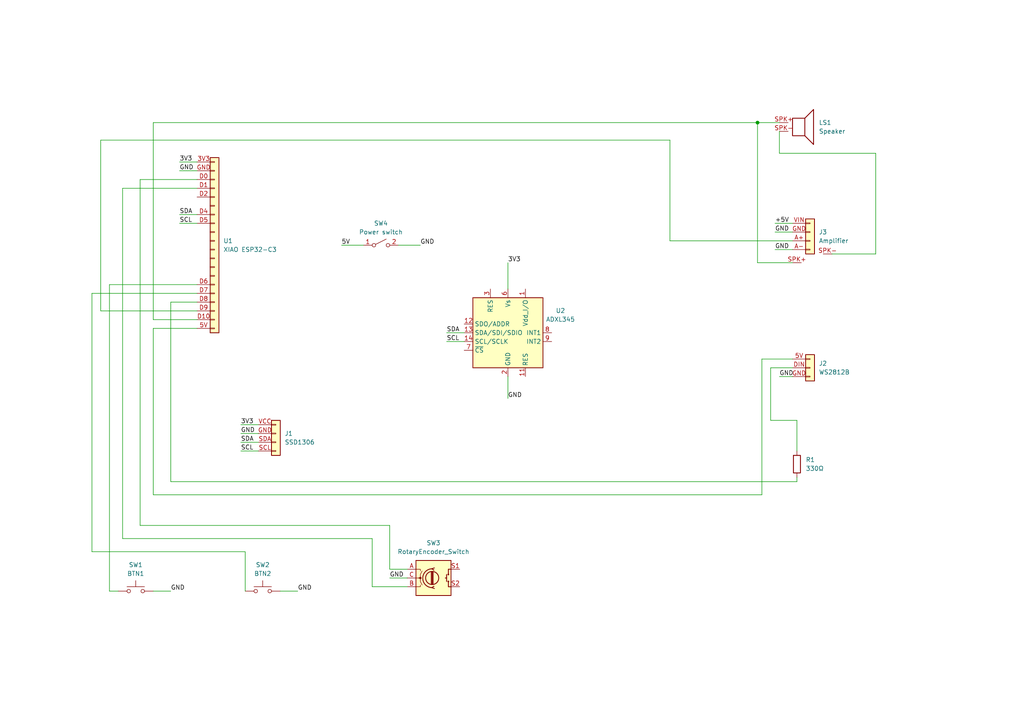
<source format=kicad_sch>
(kicad_sch (version 20250114) (generator "eeschema") (generator_version "9.0")
  (paper "A4")
  (lib_symbols
    (symbol "Conn_01x04_1" (pin_names (offset 1.016) (hide yes))
      (property "Reference" "J3" (at 2.54 0.0001 0))
      (property "Value" "Amplifier" (at 2.54 -2.5399 0))
      (symbol "Conn_01x04_1_1_1"
        (rectangle (start -1.27 3.81) (end 1.27 -6.35) (stroke (width 0.254)) (fill (type background)))
        (rectangle (start -1.27 2.667) (end 0 2.413) (stroke (width 0.1524)))
        (rectangle (start -1.27 0.127) (end 0 -0.127) (stroke (width 0.1524)))
        (rectangle (start -1.27 -2.413) (end 0 -2.667) (stroke (width 0.1524)))
        (rectangle (start -1.27 -4.953) (end 0 -5.207) (stroke (width 0.1524)))
        (pin passive line (at -5.08 2.54 0) (length 3.81) (name "Pin_1") (number "VIN"))
        (pin passive line (at -5.08 0 0) (length 3.81) (name "Pin_2") (number "GND"))
        (pin passive line (at -5.08 -2.54 0) (length 3.81) (name "Pin_3") (number "A+"))
        (pin passive line (at -5.08 -5.08 0) (length 3.81) (name "Pin_4") (number "A-"))
        (pin output line (at -5.08 -8.89 0) (length 2.54) (name "") (number "SPK+"))
        (pin output line (at 6.35 -6.35 180) (length 2.54) (name "") (number "SPK-"))
      )
    )
    (symbol "Connector_Generic:Conn_01x03" (pin_names (offset 1.016) (hide yes))
      (property "Reference" "J2" (at 2.54 1.2701 0))
      (property "Value" "WS2812B" (at 2.54 -1.2699 0))
      (symbol "Conn_01x03_1_1"
        (rectangle (start -1.27 3.81) (end 1.27 -3.81) (stroke (width 0.254)) (fill (type background)))
        (rectangle (start -1.27 2.667) (end 0 2.413) (stroke (width 0.1524)))
        (rectangle (start -1.27 0.127) (end 0 -0.127) (stroke (width 0.1524)))
        (rectangle (start -1.27 -2.413) (end 0 -2.667) (stroke (width 0.1524)))
        (pin passive line (at -5.08 2.54 0) (length 3.81) (name "Pin_1") (number "5V"))
        (pin passive line (at -5.08 0 0) (length 3.81) (name "Pin_2") (number "DIN"))
        (pin passive line (at -5.08 -2.54 0) (length 3.81) (name "Pin_3") (number "GND"))
      )
    )
    (symbol "Connector_Generic:Conn_01x04" (pin_names (offset 1.016) (hide yes))
      (property "Reference" "J1" (at 2.54 0.0001 0))
      (property "Value" "Conn_01x04" (at 2.54 -2.5399 0))
      (symbol "Conn_01x04_1_1"
        (rectangle (start -1.27 3.81) (end 1.27 -6.35) (stroke (width 0.254)) (fill (type background)))
        (rectangle (start -1.27 2.667) (end 0 2.413) (stroke (width 0.1524)))
        (rectangle (start -1.27 0.127) (end 0 -0.127) (stroke (width 0.1524)))
        (rectangle (start -1.27 -2.413) (end 0 -2.667) (stroke (width 0.1524)))
        (rectangle (start -1.27 -4.953) (end 0 -5.207) (stroke (width 0.1524)))
        (pin passive line (at -5.08 2.54 0) (length 3.81) (name "Pin_1") (number "VCC"))
        (pin passive line (at -5.08 0 0) (length 3.81) (name "Pin_2") (number "GND"))
        (pin passive line (at -5.08 -2.54 0) (length 3.81) (name "Pin_3") (number "SDA"))
        (pin passive line (at -5.08 -5.08 0) (length 3.81) (name "Pin_4") (number "SCL"))
      )
    )
    (symbol "Connector_Generic:Conn_01x20" (pin_names (offset 1.016) (hide yes))
      (property "Reference" "U1" (at 2.54 0.0001 0))
      (property "Value" "XIAO ESP32-C3" (at 2.54 -2.5399 0))
      (symbol "Conn_01x20_1_1"
        (rectangle (start -1.27 24.13) (end 1.27 -26.67) (stroke (width 0.254)) (fill (type background)))
        (rectangle (start -1.27 22.987) (end 0 22.733) (stroke (width 0.1524)))
        (rectangle (start -1.27 20.447) (end 0 20.193) (stroke (width 0.1524)))
        (rectangle (start -1.27 17.907) (end 0 17.653) (stroke (width 0.1524)))
        (rectangle (start -1.27 15.367) (end 0 15.113) (stroke (width 0.1524)))
        (rectangle (start -1.27 12.827) (end 0 12.573) (stroke (width 0.1524)))
        (rectangle (start -1.27 10.287) (end 0 10.033) (stroke (width 0.1524)))
        (rectangle (start -1.27 7.747) (end 0 7.493) (stroke (width 0.1524)))
        (rectangle (start -1.27 5.207) (end 0 4.953) (stroke (width 0.1524)))
        (rectangle (start -1.27 2.667) (end 0 2.413) (stroke (width 0.1524)))
        (rectangle (start -1.27 0.127) (end 0 -0.127) (stroke (width 0.1524)))
        (rectangle (start -1.27 -2.413) (end 0 -2.667) (stroke (width 0.1524)))
        (rectangle (start -1.27 -4.953) (end 0 -5.207) (stroke (width 0.1524)))
        (rectangle (start -1.27 -7.493) (end 0 -7.747) (stroke (width 0.1524)))
        (rectangle (start -1.27 -10.033) (end 0 -10.287) (stroke (width 0.1524)))
        (rectangle (start -1.27 -12.573) (end 0 -12.827) (stroke (width 0.1524)))
        (rectangle (start -1.27 -15.113) (end 0 -15.367) (stroke (width 0.1524)))
        (rectangle (start -1.27 -17.653) (end 0 -17.907) (stroke (width 0.1524)))
        (rectangle (start -1.27 -20.193) (end 0 -20.447) (stroke (width 0.1524)))
        (rectangle (start -1.27 -22.733) (end 0 -22.987) (stroke (width 0.1524)))
        (rectangle (start -1.27 -25.273) (end 0 -25.527) (stroke (width 0.1524)))
        (pin passive line (at -5.08 22.86 0) (length 3.81) (name "PIN_1") (number "3V3"))
        (pin passive line (at -5.08 20.32 0) (length 3.81) (name "Pin_2") (number "GND"))
        (pin passive line (at -5.08 17.78 0) (length 3.81) (name "Pin_3") (number "D0"))
        (pin passive line (at -5.08 15.24 0) (length 3.81) (name "Pin_4") (number "D1"))
        (pin passive line (at -5.08 12.7 0) (length 3.81) (name "Pin_5") (number "D2"))
        (pin passive line (at -5.08 7.62 0) (length 3.81) (name "Pin_7") (number "D4"))
        (pin passive line (at -5.08 5.08 0) (length 3.81) (name "Pin_8") (number "D5"))
        (pin passive line (at -5.08 -12.7 0) (length 3.81) (name "Pin_9") (number "D6"))
        (pin passive line (at -5.08 -15.24 0) (length 3.81) (name "Pin_10") (number "D7"))
        (pin passive line (at -5.08 -17.78 0) (length 3.81) (name "Pin_11") (number "D8"))
        (pin passive line (at -5.08 -20.32 0) (length 3.81) (name "Pin_12") (number "D9"))
        (pin passive line (at -5.08 -22.86 0) (length 3.81) (name "Pin_13") (number "D10"))
        (pin passive line (at -5.08 -25.4 0) (length 3.81) (name "Pin_14") (number "5V"))
      )
    )
    (symbol "Device:R" (pin_numbers (hide yes)) (pin_names (offset 0))
      (property "Reference" "R" (at 2.032 0 90))
      (property "Value" "R" (at 0 0 90))
      (symbol "R_0_1"
        (rectangle (start -1.016 -2.54) (end 1.016 2.54) (stroke (width 0.254)))
      )
      (symbol "R_1_1"
        (pin passive line (at 0 3.81 270) (length 1.27) (name "~") (number "1"))
        (pin passive line (at 0 -3.81 90) (length 1.27) (name "~") (number "2"))
      )
    )
    (symbol "Device:RotaryEncoder_Switch" (pin_names (offset 0.254) (hide yes))
      (property "Reference" "SW" (at 0 6.604 0))
      (property "Value" "RotaryEncoder_Switch" (at 0 -6.604 0))
      (symbol "RotaryEncoder_Switch_0_1"
        (rectangle (start -5.08 5.08) (end 5.08 -5.08) (stroke (width 0.254)) (fill (type background)))
        (polyline (pts (xy -5.08 2.54) (xy -3.81 2.54) (xy -3.81 2.032)))
        (polyline (pts (xy -5.08 0) (xy -3.81 0) (xy -3.81 -1.016) (xy -3.302 -2.032)))
        (polyline (pts (xy -5.08 -2.54) (xy -3.81 -2.54) (xy -3.81 -2.032)))
        (polyline (pts (xy -4.318 0) (xy -3.81 0) (xy -3.81 1.016) (xy -3.302 2.032)))
        (circle (center -3.81 0) (radius 0.254) (fill (type outline)))
        (polyline (pts (xy -0.635 -1.778) (xy -0.635 1.778)) (stroke (width 0.254)))
        (circle (center -0.381 0) (radius 1.905) (stroke (width 0.254)))
        (polyline (pts (xy -0.381 -1.778) (xy -0.381 1.778)) (stroke (width 0.254)))
        (arc (start -0.381 -2.794) (mid -3.0988 -0.0635) (end -0.381 2.667) (stroke (width 0.254)))
        (polyline (pts (xy -0.127 1.778) (xy -0.127 -1.778)) (stroke (width 0.254)))
        (polyline (pts (xy 0.254 2.921) (xy -0.508 2.667) (xy 0.127 2.286)) (stroke (width 0.254)))
        (polyline (pts (xy 0.254 -3.048) (xy -0.508 -2.794) (xy 0.127 -2.413)) (stroke (width 0.254)))
        (polyline (pts (xy 3.81 1.016) (xy 3.81 -1.016)) (stroke (width 0.254)))
        (polyline (pts (xy 3.81 0) (xy 3.429 0)) (stroke (width 0.254)))
        (circle (center 4.318 1.016) (radius 0.127) (stroke (width 0.254)))
        (circle (center 4.318 -1.016) (radius 0.127) (stroke (width 0.254)))
        (polyline (pts (xy 5.08 2.54) (xy 4.318 2.54) (xy 4.318 1.016)) (stroke (width 0.254)))
        (polyline (pts (xy 5.08 -2.54) (xy 4.318 -2.54) (xy 4.318 -1.016)) (stroke (width 0.254)))
      )
      (symbol "RotaryEncoder_Switch_1_1"
        (pin passive line (at -7.62 2.54 0) (length 2.54) (name "A") (number "A"))
        (pin passive line (at -7.62 0 0) (length 2.54) (name "C") (number "C"))
        (pin passive line (at -7.62 -2.54 0) (length 2.54) (name "B") (number "B"))
        (pin passive line (at 7.62 2.54 180) (length 2.54) (name "S1") (number "S1"))
        (pin passive line (at 7.62 -2.54 180) (length 2.54) (name "S2") (number "S2"))
      )
    )
    (symbol "Device:Speaker" (pin_names (offset 0) (hide yes))
      (property "Reference" "LS1" (at 5.08 0.0001 0))
      (property "Value" "Speaker" (at 5.08 -2.5399 0))
      (symbol "Speaker_0_0"
        (rectangle (start -2.54 1.27) (end 1.016 -3.81) (stroke (width 0.254)))
        (polyline (pts (xy 1.016 1.27) (xy 3.556 3.81) (xy 3.556 -6.35) (xy 1.016 -3.81)) (stroke (width 0.254)))
      )
      (symbol "Speaker_1_1"
        (pin input line (at -6.35 0 0) (length 2.54) (name "1") (number "SPK+"))
        (pin input line (at -6.35 -2.54 0) (length 2.54) (name "2") (number "SPK-"))
      )
    )
    (symbol "Sensor_Motion:ADXL343"
      (property "Reference" "U" (at -8.89 11.43 0))
      (property "Value" "ADXL343" (at -7.62 -11.43 0))
      (symbol "ADXL343_0_1"
        (rectangle (start -10.16 10.16) (end 10.16 -10.16) (stroke (width 0.254)) (fill (type background)))
      )
      (symbol "ADXL343_1_1"
        (pin bidirectional line (at -12.7 2.54 0) (length 2.54) (name "SDO/ADDR") (number "12"))
        (pin bidirectional line (at -12.7 0 0) (length 2.54) (name "SDA/SDI/SDIO") (number "13"))
        (pin input line (at -12.7 -2.54 0) (length 2.54) (name "SCL/SCLK") (number "14"))
        (pin input line (at -12.7 -5.08 0) (length 2.54) (name "~{CS}") (number "7"))
        (pin passive line (at -5.08 12.7 270) (length 2.54) (name "RES") (number "3"))
        (pin no_connect line (at -5.08 -10.16 90) (length 2.54) (hide yes) (name "NC") (number "10"))
        (pin power_in line (at 0 12.7 270) (length 2.54) (name "Vs") (number "6"))
        (pin power_in line (at 0 -12.7 90) (length 2.54) (name "GND") (number "2"))
        (pin passive line (at 0 -12.7 90) (length 2.54) (hide yes) (name "GND") (number "4"))
        (pin passive line (at 0 -12.7 90) (length 2.54) (hide yes) (name "GND") (number "5"))
        (pin power_in line (at 5.08 12.7 270) (length 2.54) (name "Vdd_I/O") (number "1"))
        (pin passive line (at 5.08 -12.7 90) (length 2.54) (name "RES") (number "11"))
        (pin output line (at 12.7 0 180) (length 2.54) (name "INT1") (number "8"))
        (pin output line (at 12.7 -2.54 180) (length 2.54) (name "INT2") (number "9"))
      )
    )
    (symbol "Switch:SW_Push" (pin_numbers (hide yes)) (pin_names (offset 1.016) (hide yes))
      (property "Reference" "SW" (at 1.27 2.54 0))
      (property "Value" "SW_Push" (at 0 -1.524 0))
      (symbol "SW_Push_0_1"
        (circle (center -2.032 0) (radius 0.508))
        (polyline (pts (xy 0 1.27) (xy 0 3.048)))
        (circle (center 2.032 0) (radius 0.508))
        (polyline (pts (xy 2.54 1.27) (xy -2.54 1.27)))
        (pin passive line (at -5.08 0 0) (length 2.54) (name "1") (number "1"))
        (pin passive line (at 5.08 0 180) (length 2.54) (name "2") (number "2"))
      )
    )
    (symbol "Switch:SW_SPST" (pin_names (offset 0) (hide yes))
      (property "Reference" "SW" (at 0 3.175 0))
      (property "Value" "SW_SPST" (at 0 -2.54 0))
      (symbol "SW_SPST_0_0"
        (circle (center -2.032 0) (radius 0.508))
        (polyline (pts (xy -1.524 0.254) (xy 1.524 1.778)))
        (circle (center 2.032 0) (radius 0.508))
      )
      (symbol "SW_SPST_1_1"
        (pin passive line (at -5.08 0 0) (length 2.54) (name "A") (number "1"))
        (pin passive line (at 5.08 0 180) (length 2.54) (name "B") (number "2"))
      )
    )
  )
  (junction (at 219.71 35.56))
  (wire (pts (xy 99.06 71.12) (xy 105.41 71.12)))
  (wire (pts (xy 81.28 171.45) (xy 86.36 171.45)))
  (wire (pts (xy 44.45 143.51) (xy 220.98 143.51)))
  (wire (pts (xy 220.98 143.51) (xy 220.98 104.14)))
  (wire (pts (xy 129.54 96.52) (xy 134.62 96.52)))
  (wire (pts (xy 194.31 69.85) (xy 194.31 40.64)))
  (wire (pts (xy 49.53 87.63) (xy 49.53 139.7)))
  (wire (pts (xy 26.67 85.09) (xy 26.67 160.02)))
  (wire (pts (xy 254 73.66) (xy 254 44.45)))
  (wire (pts (xy 220.98 104.14) (xy 229.87 104.14)))
  (wire (pts (xy 219.71 35.56) (xy 219.71 76.2)))
  (wire (pts (xy 118.11 170.18) (xy 107.95 170.18)))
  (wire (pts (xy 223.52 106.68) (xy 229.87 106.68)))
  (wire (pts (xy 35.56 156.21) (xy 35.56 54.61)))
  (wire (pts (xy 147.32 76.2) (xy 147.32 83.82)))
  (wire (pts (xy 29.21 40.64) (xy 29.21 90.17)))
  (wire (pts (xy 115.57 71.12) (xy 121.92 71.12)))
  (wire (pts (xy 129.54 99.06) (xy 134.62 99.06)))
  (wire (pts (xy 113.03 165.1) (xy 118.11 165.1)))
  (wire (pts (xy 254 44.45) (xy 226.06 44.45)))
  (wire (pts (xy 31.75 171.45) (xy 34.29 171.45)))
  (wire (pts (xy 49.53 139.7) (xy 231.14 139.7)))
  (wire (pts (xy 194.31 40.64) (xy 29.21 40.64)))
  (wire (pts (xy 44.45 92.71) (xy 44.45 35.56)))
  (wire (pts (xy 224.79 64.77) (xy 229.87 64.77)))
  (wire (pts (xy 26.67 160.02) (xy 71.12 160.02)))
  (wire (pts (xy 57.15 92.71) (xy 44.45 92.71)))
  (wire (pts (xy 31.75 82.55) (xy 31.75 171.45)))
  (wire (pts (xy 57.15 95.25) (xy 44.45 95.25)))
  (wire (pts (xy 229.87 76.2) (xy 219.71 76.2)))
  (wire (pts (xy 57.15 85.09) (xy 26.67 85.09)))
  (wire (pts (xy 226.06 109.22) (xy 229.87 109.22)))
  (wire (pts (xy 147.32 109.22) (xy 147.32 115.57)))
  (wire (pts (xy 29.21 90.17) (xy 57.15 90.17)))
  (wire (pts (xy 52.07 49.53) (xy 57.15 49.53)))
  (wire (pts (xy 57.15 52.07) (xy 40.64 52.07)))
  (wire (pts (xy 57.15 82.55) (xy 31.75 82.55)))
  (wire (pts (xy 224.79 72.39) (xy 229.87 72.39)))
  (wire (pts (xy 229.87 69.85) (xy 194.31 69.85)))
  (wire (pts (xy 224.79 67.31) (xy 229.87 67.31)))
  (wire (pts (xy 44.45 35.56) (xy 219.71 35.56)))
  (wire (pts (xy 69.85 123.19) (xy 74.93 123.19)))
  (wire (pts (xy 40.64 52.07) (xy 40.64 152.4)))
  (wire (pts (xy 113.03 167.64) (xy 118.11 167.64)))
  (wire (pts (xy 231.14 139.7) (xy 231.14 138.43)))
  (wire (pts (xy 52.07 64.77) (xy 57.15 64.77)))
  (wire (pts (xy 223.52 121.92) (xy 223.52 106.68)))
  (wire (pts (xy 52.07 62.23) (xy 57.15 62.23)))
  (wire (pts (xy 219.71 35.56) (xy 226.06 35.56)))
  (wire (pts (xy 231.14 130.81) (xy 231.14 121.92)))
  (wire (pts (xy 107.95 170.18) (xy 107.95 156.21)))
  (wire (pts (xy 40.64 152.4) (xy 113.03 152.4)))
  (wire (pts (xy 241.3 73.66) (xy 254 73.66)))
  (wire (pts (xy 57.15 87.63) (xy 49.53 87.63)))
  (wire (pts (xy 35.56 54.61) (xy 57.15 54.61)))
  (wire (pts (xy 69.85 130.81) (xy 74.93 130.81)))
  (wire (pts (xy 69.85 128.27) (xy 74.93 128.27)))
  (wire (pts (xy 44.45 95.25) (xy 44.45 143.51)))
  (wire (pts (xy 231.14 121.92) (xy 223.52 121.92)))
  (wire (pts (xy 69.85 125.73) (xy 74.93 125.73)))
  (wire (pts (xy 226.06 44.45) (xy 226.06 38.1)))
  (wire (pts (xy 44.45 171.45) (xy 49.53 171.45)))
  (wire (pts (xy 113.03 152.4) (xy 113.03 165.1)))
  (wire (pts (xy 52.07 46.99) (xy 57.15 46.99)))
  (wire (pts (xy 107.95 156.21) (xy 35.56 156.21)))
  (wire (pts (xy 71.12 160.02) (xy 71.12 171.45)))
  (label "GND" (at 224.79 67.31 0))
  (label "3V3" (at 69.85 123.19 0))
  (label "SCL" (at 69.85 130.81 0))
  (label "GND" (at 121.92 71.12 0))
  (label "GND" (at 113.03 167.64 0))
  (label "3V3" (at 147.32 76.2 0))
  (label "+5V" (at 224.79 64.77 0))
  (label "GND" (at 52.07 49.53 0))
  (label "GND" (at 69.85 125.73 0))
  (label "GND" (at 86.36 171.45 0))
  (label "5V" (at 99.06 71.12 0))
  (label "SDA" (at 69.85 128.27 0))
  (label "SCL" (at 129.54 99.06 0))
  (label "GND" (at 147.32 115.57 0))
  (label "SDA" (at 52.07 62.23 0))
  (label "SDA" (at 129.54 96.52 0))
  (label "GND" (at 226.06 109.22 0))
  (label "GND" (at 49.53 171.45 0))
  (label "SCL" (at 52.07 64.77 0))
  (label "GND" (at 224.79 72.39 0))
  (label "3V3" (at 52.07 46.99 0))
  (symbol (lib_id "Sensor_Motion:ADXL343") (at 147.32 96.52 0) (unit 1)
    (property "Reference" "U2" (at 162.56 90.0998 0))
    (property "Value" "ADXL345" (at 162.56 92.6398 0))
    (property "Footprint" "Package_LGA:LGA-14_3x5mm_P0.8mm_LayoutBorder1x6y" (effects (hide yes)))
    (property "Datasheet" "https://www.analog.com/media/en/technical-documentation/data-sheets/ADXL343.pdf" (effects (hide yes)))
    (property "Description" "3-Axis MEMS Accelerometer, 2/4/8/16g range, I2C/SPI, LGA-14" (effects (hide yes)))
  )
  (symbol (lib_id "Connector_Generic:Conn_01x20") (at 62.23 69.85 0) (unit 1)
    (property "Reference" "U1" (at 64.77 69.8499 0) (effects (justify left)))
    (property "Value" "XIAO ESP32-C3" (at 64.77 72.3899 0) (effects (justify left)))
    (property "Description" "Generic connector, single row, 01x20, script generated (kicad-library-utils/schlib/autogen/connector/)" (effects (hide yes)))
  )
  (symbol (lib_id "Device:RotaryEncoder_Switch") (at 125.73 167.64 0) (unit 1)
    (property "Reference" "SW3" (at 125.73 157.48 0))
    (property "Value" "RotaryEncoder_Switch" (at 125.73 160.02 0))
    (property "Description" "Rotary encoder, dual channel, incremental quadrate outputs, with switch" (effects (hide yes)))
  )
  (symbol (lib_name "Conn_01x04_1") (lib_id "Connector_Generic:Conn_01x04") (at 234.95 67.31 0) (unit 1)
    (property "Reference" "J3" (at 237.49 67.3099 0) (effects (justify left)))
    (property "Value" "Amplifier" (at 237.49 69.8499 0) (effects (justify left)))
    (property "Description" "Generic connector, single row, 01x04, script generated (kicad-library-utils/schlib/autogen/connector/)" (effects (hide yes)))
  )
  (symbol (lib_id "Connector_Generic:Conn_01x04") (at 80.01 125.73 0) (unit 1)
    (property "Reference" "J1" (at 82.55 125.7299 0) (effects (justify left)))
    (property "Value" "SSD1306" (at 82.55 128.2699 0) (effects (justify left)))
    (property "Description" "Generic connector, single row, 01x04, script generated (kicad-library-utils/schlib/autogen/connector/)" (effects (hide yes)))
  )
  (symbol (lib_id "Switch:SW_SPST") (at 110.49 71.12 0) (unit 1)
    (property "Reference" "SW4" (at 110.49 64.77 0))
    (property "Value" "Power switch" (at 110.49 67.31 0))
    (property "Description" "Single Pole Single Throw (SPST) switch" (effects (hide yes)))
  )
  (symbol (lib_id "Device:Speaker") (at 232.41 35.56 0) (unit 1)
    (property "Reference" "LS1" (at 237.49 35.5599 0) (effects (justify left)))
    (property "Value" "Speaker" (at 237.49 38.0999 0) (effects (justify left)))
    (property "Description" "Speaker" (effects (hide yes)))
  )
  (symbol (lib_id "Switch:SW_Push") (at 39.37 171.45 0) (unit 1)
    (property "Reference" "SW1" (at 39.37 163.83 0))
    (property "Value" "BTN1" (at 39.37 166.37 0))
    (property "Description" "Push button switch, generic, two pins" (effects (hide yes)))
  )
  (symbol (lib_id "Connector_Generic:Conn_01x03") (at 234.95 106.68 0) (unit 1)
    (property "Reference" "J2" (at 237.49 105.4099 0) (effects (justify left)))
    (property "Value" "WS2812B" (at 237.49 107.9499 0) (effects (justify left)))
    (property "Description" "Generic connector, single row, 01x03, script generated (kicad-library-utils/schlib/autogen/connector/)" (effects (hide yes)))
  )
  (symbol (lib_id "Device:R") (at 231.14 134.62 0) (unit 1)
    (property "Reference" "R1" (at 233.68 133.3499 0) (effects (justify left)))
    (property "Value" "330Ω" (at 233.68 135.8899 0) (effects (justify left)))
    (property "Description" "Resistor" (effects (hide yes)))
  )
  (symbol (lib_id "Switch:SW_Push") (at 76.2 171.45 0) (unit 1)
    (property "Reference" "SW2" (at 76.2 163.83 0))
    (property "Value" "BTN2" (at 76.2 166.37 0))
    (property "Description" "Push button switch, generic, two pins" (effects (hide yes)))
  )
)
</source>
